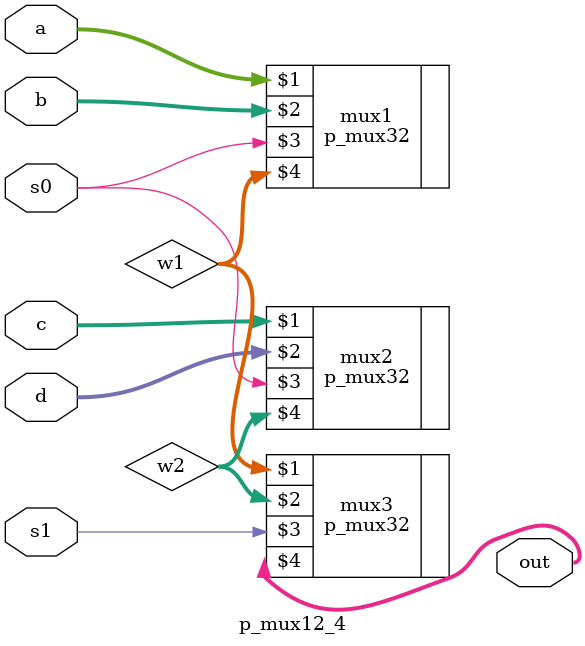
<source format=v>
module p_mux12_4(a,b,c,d,s0,s1,out);
	input [11:0]a,b,c,d;
	input s0,s1;
	output [11:0]out;
	wire [11:0]w1,w2;
	
	p_mux32 mux1(a,b,s0,w1);
	p_mux32 mux2(c,d,s0,w2);
	p_mux32 mux3(w1,w2,s1,out);
endmodule
</source>
